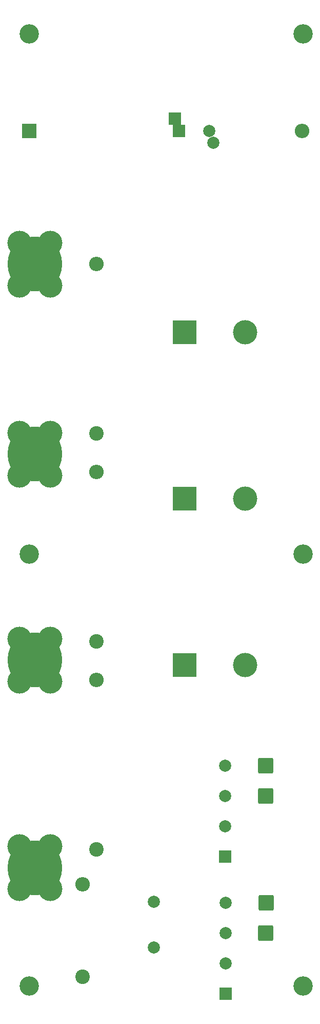
<source format=gbr>
%TF.GenerationSoftware,KiCad,Pcbnew,(6.0.0)*%
%TF.CreationDate,2022-02-22T13:29:53+00:00*%
%TF.ProjectId,Audionote Kit four v2,41756469-6f6e-46f7-9465-204b69742066,rev?*%
%TF.SameCoordinates,Original*%
%TF.FileFunction,Soldermask,Bot*%
%TF.FilePolarity,Negative*%
%FSLAX46Y46*%
G04 Gerber Fmt 4.6, Leading zero omitted, Abs format (unit mm)*
G04 Created by KiCad (PCBNEW (6.0.0)) date 2022-02-22 13:29:53*
%MOMM*%
%LPD*%
G01*
G04 APERTURE LIST*
G04 Aperture macros list*
%AMRoundRect*
0 Rectangle with rounded corners*
0 $1 Rounding radius*
0 $2 $3 $4 $5 $6 $7 $8 $9 X,Y pos of 4 corners*
0 Add a 4 corners polygon primitive as box body*
4,1,4,$2,$3,$4,$5,$6,$7,$8,$9,$2,$3,0*
0 Add four circle primitives for the rounded corners*
1,1,$1+$1,$2,$3*
1,1,$1+$1,$4,$5*
1,1,$1+$1,$6,$7*
1,1,$1+$1,$8,$9*
0 Add four rect primitives between the rounded corners*
20,1,$1+$1,$2,$3,$4,$5,0*
20,1,$1+$1,$4,$5,$6,$7,0*
20,1,$1+$1,$6,$7,$8,$9,0*
20,1,$1+$1,$8,$9,$2,$3,0*%
G04 Aperture macros list end*
%ADD10C,2.400000*%
%ADD11O,2.400000X2.400000*%
%ADD12RoundRect,0.249999X1.025001X-1.025001X1.025001X1.025001X-1.025001X1.025001X-1.025001X-1.025001X0*%
%ADD13R,2.000000X2.000000*%
%ADD14C,2.000000*%
%ADD15R,4.000000X4.000000*%
%ADD16C,4.000000*%
%ADD17C,3.200000*%
%ADD18C,9.000000*%
%ADD19R,2.400000X2.400000*%
G04 APERTURE END LIST*
D10*
%TO.C,R29*%
X175431524Y-153086018D03*
D11*
X175431524Y-125146018D03*
%TD*%
D12*
%TO.C,J2*%
X203429434Y-201148476D03*
%TD*%
D13*
%TO.C,D2*%
X196705399Y-188601524D03*
D14*
X196705399Y-183601524D03*
X196705399Y-178601524D03*
X196705399Y-173601524D03*
%TD*%
D12*
%TO.C,J3*%
X203499434Y-196158476D03*
%TD*%
D10*
%TO.C,R7*%
X173181524Y-208381524D03*
D11*
X173181524Y-193141524D03*
%TD*%
D15*
%TO.C,C18*%
X190007714Y-102151524D03*
D16*
X200007714Y-102151524D03*
%TD*%
D17*
%TO.C,REF\u002A\u002A*%
X209550000Y-138700000D03*
%TD*%
D16*
%TO.C,REF\u002A\u002A*%
X162810000Y-125725200D03*
D18*
X165350000Y-122225200D03*
D16*
X167813800Y-125725200D03*
X167813800Y-118714800D03*
X162810000Y-118714800D03*
%TD*%
D12*
%TO.C,J4*%
X203370000Y-178600000D03*
%TD*%
D17*
%TO.C,REF\u002A\u002A*%
X164400000Y-52930000D03*
%TD*%
D16*
%TO.C,REF\u002A\u002A*%
X167813800Y-87369600D03*
D18*
X165350000Y-90880000D03*
D16*
X162810000Y-94380000D03*
X162810000Y-87369600D03*
X167813800Y-94380000D03*
%TD*%
D13*
%TO.C,D1*%
X196764833Y-211150000D03*
D14*
X196764833Y-206150000D03*
X196764833Y-201150000D03*
X196764833Y-196150000D03*
%TD*%
D15*
%TO.C,C14*%
X190007714Y-156971524D03*
D16*
X200007714Y-156971524D03*
%TD*%
D10*
%TO.C,R30*%
X175431524Y-118781524D03*
D11*
X175431524Y-90841524D03*
%TD*%
D14*
%TO.C,C3*%
X184974833Y-203530000D03*
X184974833Y-196030000D03*
%TD*%
D15*
%TO.C,C17*%
X190007714Y-129561524D03*
D16*
X200007714Y-129561524D03*
%TD*%
D17*
%TO.C,REF\u002A\u002A*%
X164400000Y-209940000D03*
%TD*%
D12*
%TO.C,J5*%
X203440000Y-173610000D03*
%TD*%
D17*
%TO.C,REF\u002A\u002A*%
X209550000Y-52930000D03*
%TD*%
%TO.C,REF\u002A\u002A*%
X164400000Y-138700000D03*
%TD*%
D10*
%TO.C,R28*%
X175431524Y-187390512D03*
D11*
X175431524Y-159450512D03*
%TD*%
D17*
%TO.C,REF\u002A\u002A*%
X209550000Y-209940000D03*
%TD*%
D16*
%TO.C,REF\u002A\u002A*%
X167813800Y-193925200D03*
X167813800Y-186914800D03*
D18*
X165350000Y-190425200D03*
D16*
X162810000Y-193925200D03*
X162810000Y-186914800D03*
%TD*%
D18*
%TO.C,REF\u002A\u002A*%
X165350000Y-156165200D03*
D16*
X162810000Y-152654800D03*
X162810000Y-159665200D03*
X167813800Y-152654800D03*
X167813800Y-159665200D03*
%TD*%
D13*
%TO.C,C13*%
X188395179Y-66910000D03*
X189067323Y-68910000D03*
D14*
X194739467Y-70910000D03*
X194067323Y-68910000D03*
%TD*%
D19*
%TO.C,REF\u002A\u002A*%
X164399775Y-68910000D03*
D11*
X209399775Y-68910000D03*
%TD*%
M02*

</source>
